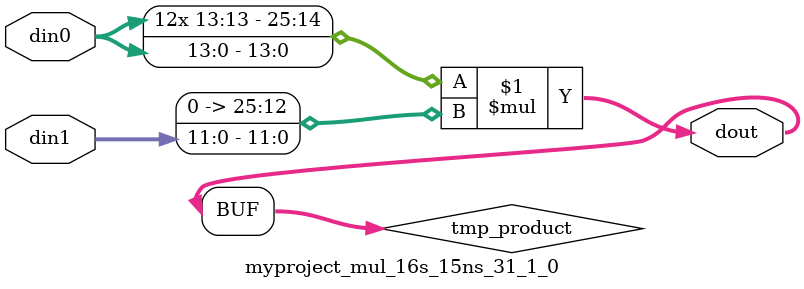
<source format=v>

`timescale 1 ns / 1 ps

  module myproject_mul_16s_15ns_31_1_0(din0, din1, dout);
parameter ID = 1;
parameter NUM_STAGE = 0;
parameter din0_WIDTH = 14;
parameter din1_WIDTH = 12;
parameter dout_WIDTH = 26;

input [din0_WIDTH - 1 : 0] din0; 
input [din1_WIDTH - 1 : 0] din1; 
output [dout_WIDTH - 1 : 0] dout;

wire signed [dout_WIDTH - 1 : 0] tmp_product;












assign tmp_product = $signed(din0) * $signed({1'b0, din1});









assign dout = tmp_product;







endmodule

</source>
